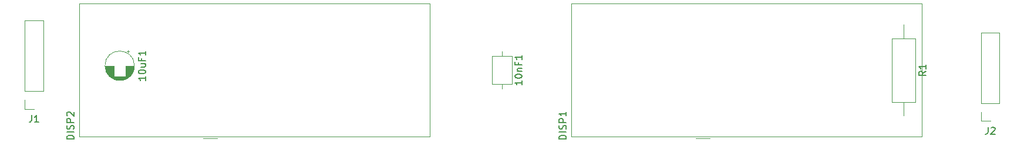
<source format=gto>
G04 #@! TF.GenerationSoftware,KiCad,Pcbnew,5.0.1+dfsg1-3*
G04 #@! TF.CreationDate,2018-12-18T12:42:31-03:00*
G04 #@! TF.ProjectId,Control-Temp-Dysplay,436F6E74726F6C2D54656D702D447973,rev?*
G04 #@! TF.SameCoordinates,Original*
G04 #@! TF.FileFunction,Legend,Top*
G04 #@! TF.FilePolarity,Positive*
%FSLAX46Y46*%
G04 Gerber Fmt 4.6, Leading zero omitted, Abs format (unit mm)*
G04 Created by KiCad (PCBNEW 5.0.1+dfsg1-3) date mar 18 dic 2018 12:42:31 -03*
%MOMM*%
%LPD*%
G01*
G04 APERTURE LIST*
%ADD10C,0.120000*%
%ADD11C,0.150000*%
G04 APERTURE END LIST*
D10*
G04 #@! TO.C,10nF1*
X102470000Y-50355000D02*
X99630000Y-50355000D01*
X99630000Y-50355000D02*
X99630000Y-54395000D01*
X99630000Y-54395000D02*
X102470000Y-54395000D01*
X102470000Y-54395000D02*
X102470000Y-50355000D01*
X101050000Y-49665000D02*
X101050000Y-50355000D01*
X101050000Y-55085000D02*
X101050000Y-54395000D01*
G04 #@! TO.C,10uF1*
X48045000Y-51750000D02*
G75*
G03X48045000Y-51750000I-2120000J0D01*
G01*
X45085000Y-51750000D02*
X43845000Y-51750000D01*
X48005000Y-51750000D02*
X46765000Y-51750000D01*
X45085000Y-51790000D02*
X43845000Y-51790000D01*
X48005000Y-51790000D02*
X46765000Y-51790000D01*
X45085000Y-51830000D02*
X43846000Y-51830000D01*
X48004000Y-51830000D02*
X46765000Y-51830000D01*
X48002000Y-51870000D02*
X46765000Y-51870000D01*
X45085000Y-51870000D02*
X43848000Y-51870000D01*
X47999000Y-51910000D02*
X46765000Y-51910000D01*
X45085000Y-51910000D02*
X43851000Y-51910000D01*
X47996000Y-51950000D02*
X46765000Y-51950000D01*
X45085000Y-51950000D02*
X43854000Y-51950000D01*
X47992000Y-51990000D02*
X46765000Y-51990000D01*
X45085000Y-51990000D02*
X43858000Y-51990000D01*
X47987000Y-52030000D02*
X46765000Y-52030000D01*
X45085000Y-52030000D02*
X43863000Y-52030000D01*
X47981000Y-52070000D02*
X46765000Y-52070000D01*
X45085000Y-52070000D02*
X43869000Y-52070000D01*
X47975000Y-52110000D02*
X46765000Y-52110000D01*
X45085000Y-52110000D02*
X43875000Y-52110000D01*
X47967000Y-52150000D02*
X46765000Y-52150000D01*
X45085000Y-52150000D02*
X43883000Y-52150000D01*
X47959000Y-52190000D02*
X46765000Y-52190000D01*
X45085000Y-52190000D02*
X43891000Y-52190000D01*
X47950000Y-52230000D02*
X46765000Y-52230000D01*
X45085000Y-52230000D02*
X43900000Y-52230000D01*
X47941000Y-52270000D02*
X46765000Y-52270000D01*
X45085000Y-52270000D02*
X43909000Y-52270000D01*
X47930000Y-52310000D02*
X46765000Y-52310000D01*
X45085000Y-52310000D02*
X43920000Y-52310000D01*
X47919000Y-52350000D02*
X46765000Y-52350000D01*
X45085000Y-52350000D02*
X43931000Y-52350000D01*
X47907000Y-52390000D02*
X46765000Y-52390000D01*
X45085000Y-52390000D02*
X43943000Y-52390000D01*
X47893000Y-52430000D02*
X46765000Y-52430000D01*
X45085000Y-52430000D02*
X43957000Y-52430000D01*
X47879000Y-52471000D02*
X46765000Y-52471000D01*
X45085000Y-52471000D02*
X43971000Y-52471000D01*
X47865000Y-52511000D02*
X46765000Y-52511000D01*
X45085000Y-52511000D02*
X43985000Y-52511000D01*
X47849000Y-52551000D02*
X46765000Y-52551000D01*
X45085000Y-52551000D02*
X44001000Y-52551000D01*
X47832000Y-52591000D02*
X46765000Y-52591000D01*
X45085000Y-52591000D02*
X44018000Y-52591000D01*
X47814000Y-52631000D02*
X46765000Y-52631000D01*
X45085000Y-52631000D02*
X44036000Y-52631000D01*
X47795000Y-52671000D02*
X46765000Y-52671000D01*
X45085000Y-52671000D02*
X44055000Y-52671000D01*
X47776000Y-52711000D02*
X46765000Y-52711000D01*
X45085000Y-52711000D02*
X44074000Y-52711000D01*
X47755000Y-52751000D02*
X46765000Y-52751000D01*
X45085000Y-52751000D02*
X44095000Y-52751000D01*
X47733000Y-52791000D02*
X46765000Y-52791000D01*
X45085000Y-52791000D02*
X44117000Y-52791000D01*
X47710000Y-52831000D02*
X46765000Y-52831000D01*
X45085000Y-52831000D02*
X44140000Y-52831000D01*
X47685000Y-52871000D02*
X46765000Y-52871000D01*
X45085000Y-52871000D02*
X44165000Y-52871000D01*
X47660000Y-52911000D02*
X46765000Y-52911000D01*
X45085000Y-52911000D02*
X44190000Y-52911000D01*
X47633000Y-52951000D02*
X46765000Y-52951000D01*
X45085000Y-52951000D02*
X44217000Y-52951000D01*
X47605000Y-52991000D02*
X46765000Y-52991000D01*
X45085000Y-52991000D02*
X44245000Y-52991000D01*
X47575000Y-53031000D02*
X46765000Y-53031000D01*
X45085000Y-53031000D02*
X44275000Y-53031000D01*
X47544000Y-53071000D02*
X46765000Y-53071000D01*
X45085000Y-53071000D02*
X44306000Y-53071000D01*
X47512000Y-53111000D02*
X46765000Y-53111000D01*
X45085000Y-53111000D02*
X44338000Y-53111000D01*
X47477000Y-53151000D02*
X46765000Y-53151000D01*
X45085000Y-53151000D02*
X44373000Y-53151000D01*
X47441000Y-53191000D02*
X46765000Y-53191000D01*
X45085000Y-53191000D02*
X44409000Y-53191000D01*
X47403000Y-53231000D02*
X46765000Y-53231000D01*
X45085000Y-53231000D02*
X44447000Y-53231000D01*
X47363000Y-53271000D02*
X46765000Y-53271000D01*
X45085000Y-53271000D02*
X44487000Y-53271000D01*
X47321000Y-53311000D02*
X46765000Y-53311000D01*
X45085000Y-53311000D02*
X44529000Y-53311000D01*
X47276000Y-53351000D02*
X44574000Y-53351000D01*
X47229000Y-53391000D02*
X44621000Y-53391000D01*
X47179000Y-53431000D02*
X44671000Y-53431000D01*
X47125000Y-53471000D02*
X44725000Y-53471000D01*
X47067000Y-53511000D02*
X44783000Y-53511000D01*
X47005000Y-53551000D02*
X44845000Y-53551000D01*
X46938000Y-53591000D02*
X44912000Y-53591000D01*
X46865000Y-53631000D02*
X44985000Y-53631000D01*
X46784000Y-53671000D02*
X45066000Y-53671000D01*
X46693000Y-53711000D02*
X45157000Y-53711000D01*
X46589000Y-53751000D02*
X45261000Y-53751000D01*
X46462000Y-53791000D02*
X45388000Y-53791000D01*
X46295000Y-53831000D02*
X45555000Y-53831000D01*
X47120000Y-49480199D02*
X47120000Y-49880199D01*
X47320000Y-49680199D02*
X46920000Y-49680199D01*
G04 #@! TO.C,DISP1*
X129000000Y-62250000D02*
X131000000Y-62250000D01*
X161620000Y-42760000D02*
X111080000Y-42760000D01*
X161620000Y-62000000D02*
X161620000Y-42760000D01*
X111080000Y-62000000D02*
X161620000Y-62000000D01*
X111080000Y-62000000D02*
X111080000Y-42760000D01*
G04 #@! TO.C,DISP2*
X40080000Y-62000000D02*
X40080000Y-42760000D01*
X40080000Y-62000000D02*
X90620000Y-62000000D01*
X90620000Y-62000000D02*
X90620000Y-42760000D01*
X90620000Y-42760000D02*
X40080000Y-42760000D01*
X58000000Y-62250000D02*
X60000000Y-62250000D01*
G04 #@! TO.C,J1*
X34905000Y-55430000D02*
X32245000Y-55430000D01*
X34905000Y-55430000D02*
X34905000Y-45210000D01*
X34905000Y-45210000D02*
X32245000Y-45210000D01*
X32245000Y-55430000D02*
X32245000Y-45210000D01*
X32245000Y-58030000D02*
X32245000Y-56700000D01*
X33575000Y-58030000D02*
X32245000Y-58030000D01*
G04 #@! TO.C,J2*
X171475000Y-59780000D02*
X170145000Y-59780000D01*
X170145000Y-59780000D02*
X170145000Y-58450000D01*
X170145000Y-57180000D02*
X170145000Y-46960000D01*
X172805000Y-46960000D02*
X170145000Y-46960000D01*
X172805000Y-57180000D02*
X172805000Y-46960000D01*
X172805000Y-57180000D02*
X170145000Y-57180000D01*
G04 #@! TO.C,R1*
X160695000Y-47775000D02*
X157255000Y-47775000D01*
X157255000Y-47775000D02*
X157255000Y-57015000D01*
X157255000Y-57015000D02*
X160695000Y-57015000D01*
X160695000Y-57015000D02*
X160695000Y-47775000D01*
X158975000Y-45815000D02*
X158975000Y-47775000D01*
X158975000Y-58975000D02*
X158975000Y-57015000D01*
G04 #@! TO.C,10nF1*
D11*
X103922380Y-53922619D02*
X103922380Y-54494047D01*
X103922380Y-54208333D02*
X102922380Y-54208333D01*
X103065238Y-54303571D01*
X103160476Y-54398809D01*
X103208095Y-54494047D01*
X102922380Y-53303571D02*
X102922380Y-53208333D01*
X102970000Y-53113095D01*
X103017619Y-53065476D01*
X103112857Y-53017857D01*
X103303333Y-52970238D01*
X103541428Y-52970238D01*
X103731904Y-53017857D01*
X103827142Y-53065476D01*
X103874761Y-53113095D01*
X103922380Y-53208333D01*
X103922380Y-53303571D01*
X103874761Y-53398809D01*
X103827142Y-53446428D01*
X103731904Y-53494047D01*
X103541428Y-53541666D01*
X103303333Y-53541666D01*
X103112857Y-53494047D01*
X103017619Y-53446428D01*
X102970000Y-53398809D01*
X102922380Y-53303571D01*
X103255714Y-52541666D02*
X103922380Y-52541666D01*
X103350952Y-52541666D02*
X103303333Y-52494047D01*
X103255714Y-52398809D01*
X103255714Y-52255952D01*
X103303333Y-52160714D01*
X103398571Y-52113095D01*
X103922380Y-52113095D01*
X103398571Y-51303571D02*
X103398571Y-51636904D01*
X103922380Y-51636904D02*
X102922380Y-51636904D01*
X102922380Y-51160714D01*
X103922380Y-50255952D02*
X103922380Y-50827380D01*
X103922380Y-50541666D02*
X102922380Y-50541666D01*
X103065238Y-50636904D01*
X103160476Y-50732142D01*
X103208095Y-50827380D01*
G04 #@! TO.C,10uF1*
X49627380Y-53297619D02*
X49627380Y-53869047D01*
X49627380Y-53583333D02*
X48627380Y-53583333D01*
X48770238Y-53678571D01*
X48865476Y-53773809D01*
X48913095Y-53869047D01*
X48627380Y-52678571D02*
X48627380Y-52583333D01*
X48675000Y-52488095D01*
X48722619Y-52440476D01*
X48817857Y-52392857D01*
X49008333Y-52345238D01*
X49246428Y-52345238D01*
X49436904Y-52392857D01*
X49532142Y-52440476D01*
X49579761Y-52488095D01*
X49627380Y-52583333D01*
X49627380Y-52678571D01*
X49579761Y-52773809D01*
X49532142Y-52821428D01*
X49436904Y-52869047D01*
X49246428Y-52916666D01*
X49008333Y-52916666D01*
X48817857Y-52869047D01*
X48722619Y-52821428D01*
X48675000Y-52773809D01*
X48627380Y-52678571D01*
X48960714Y-51488095D02*
X49627380Y-51488095D01*
X48960714Y-51916666D02*
X49484523Y-51916666D01*
X49579761Y-51869047D01*
X49627380Y-51773809D01*
X49627380Y-51630952D01*
X49579761Y-51535714D01*
X49532142Y-51488095D01*
X49103571Y-50678571D02*
X49103571Y-51011904D01*
X49627380Y-51011904D02*
X48627380Y-51011904D01*
X48627380Y-50535714D01*
X49627380Y-49630952D02*
X49627380Y-50202380D01*
X49627380Y-49916666D02*
X48627380Y-49916666D01*
X48770238Y-50011904D01*
X48865476Y-50107142D01*
X48913095Y-50202380D01*
G04 #@! TO.C,DISP1*
X110302380Y-62392380D02*
X109302380Y-62392380D01*
X109302380Y-62154285D01*
X109350000Y-62011428D01*
X109445238Y-61916190D01*
X109540476Y-61868571D01*
X109730952Y-61820952D01*
X109873809Y-61820952D01*
X110064285Y-61868571D01*
X110159523Y-61916190D01*
X110254761Y-62011428D01*
X110302380Y-62154285D01*
X110302380Y-62392380D01*
X110302380Y-61392380D02*
X109302380Y-61392380D01*
X110254761Y-60963809D02*
X110302380Y-60820952D01*
X110302380Y-60582857D01*
X110254761Y-60487619D01*
X110207142Y-60440000D01*
X110111904Y-60392380D01*
X110016666Y-60392380D01*
X109921428Y-60440000D01*
X109873809Y-60487619D01*
X109826190Y-60582857D01*
X109778571Y-60773333D01*
X109730952Y-60868571D01*
X109683333Y-60916190D01*
X109588095Y-60963809D01*
X109492857Y-60963809D01*
X109397619Y-60916190D01*
X109350000Y-60868571D01*
X109302380Y-60773333D01*
X109302380Y-60535238D01*
X109350000Y-60392380D01*
X110302380Y-59963809D02*
X109302380Y-59963809D01*
X109302380Y-59582857D01*
X109350000Y-59487619D01*
X109397619Y-59440000D01*
X109492857Y-59392380D01*
X109635714Y-59392380D01*
X109730952Y-59440000D01*
X109778571Y-59487619D01*
X109826190Y-59582857D01*
X109826190Y-59963809D01*
X110302380Y-58440000D02*
X110302380Y-59011428D01*
X110302380Y-58725714D02*
X109302380Y-58725714D01*
X109445238Y-58820952D01*
X109540476Y-58916190D01*
X109588095Y-59011428D01*
G04 #@! TO.C,DISP2*
X39302380Y-62392380D02*
X38302380Y-62392380D01*
X38302380Y-62154285D01*
X38350000Y-62011428D01*
X38445238Y-61916190D01*
X38540476Y-61868571D01*
X38730952Y-61820952D01*
X38873809Y-61820952D01*
X39064285Y-61868571D01*
X39159523Y-61916190D01*
X39254761Y-62011428D01*
X39302380Y-62154285D01*
X39302380Y-62392380D01*
X39302380Y-61392380D02*
X38302380Y-61392380D01*
X39254761Y-60963809D02*
X39302380Y-60820952D01*
X39302380Y-60582857D01*
X39254761Y-60487619D01*
X39207142Y-60440000D01*
X39111904Y-60392380D01*
X39016666Y-60392380D01*
X38921428Y-60440000D01*
X38873809Y-60487619D01*
X38826190Y-60582857D01*
X38778571Y-60773333D01*
X38730952Y-60868571D01*
X38683333Y-60916190D01*
X38588095Y-60963809D01*
X38492857Y-60963809D01*
X38397619Y-60916190D01*
X38350000Y-60868571D01*
X38302380Y-60773333D01*
X38302380Y-60535238D01*
X38350000Y-60392380D01*
X39302380Y-59963809D02*
X38302380Y-59963809D01*
X38302380Y-59582857D01*
X38350000Y-59487619D01*
X38397619Y-59440000D01*
X38492857Y-59392380D01*
X38635714Y-59392380D01*
X38730952Y-59440000D01*
X38778571Y-59487619D01*
X38826190Y-59582857D01*
X38826190Y-59963809D01*
X38397619Y-59011428D02*
X38350000Y-58963809D01*
X38302380Y-58868571D01*
X38302380Y-58630476D01*
X38350000Y-58535238D01*
X38397619Y-58487619D01*
X38492857Y-58440000D01*
X38588095Y-58440000D01*
X38730952Y-58487619D01*
X39302380Y-59059047D01*
X39302380Y-58440000D01*
G04 #@! TO.C,J1*
X33241666Y-58922380D02*
X33241666Y-59636666D01*
X33194047Y-59779523D01*
X33098809Y-59874761D01*
X32955952Y-59922380D01*
X32860714Y-59922380D01*
X34241666Y-59922380D02*
X33670238Y-59922380D01*
X33955952Y-59922380D02*
X33955952Y-58922380D01*
X33860714Y-59065238D01*
X33765476Y-59160476D01*
X33670238Y-59208095D01*
G04 #@! TO.C,J2*
X171141666Y-60672380D02*
X171141666Y-61386666D01*
X171094047Y-61529523D01*
X170998809Y-61624761D01*
X170855952Y-61672380D01*
X170760714Y-61672380D01*
X171570238Y-60767619D02*
X171617857Y-60720000D01*
X171713095Y-60672380D01*
X171951190Y-60672380D01*
X172046428Y-60720000D01*
X172094047Y-60767619D01*
X172141666Y-60862857D01*
X172141666Y-60958095D01*
X172094047Y-61100952D01*
X171522619Y-61672380D01*
X172141666Y-61672380D01*
G04 #@! TO.C,R1*
X162147380Y-52561666D02*
X161671190Y-52895000D01*
X162147380Y-53133095D02*
X161147380Y-53133095D01*
X161147380Y-52752142D01*
X161195000Y-52656904D01*
X161242619Y-52609285D01*
X161337857Y-52561666D01*
X161480714Y-52561666D01*
X161575952Y-52609285D01*
X161623571Y-52656904D01*
X161671190Y-52752142D01*
X161671190Y-53133095D01*
X162147380Y-51609285D02*
X162147380Y-52180714D01*
X162147380Y-51895000D02*
X161147380Y-51895000D01*
X161290238Y-51990238D01*
X161385476Y-52085476D01*
X161433095Y-52180714D01*
G04 #@! TD*
M02*

</source>
